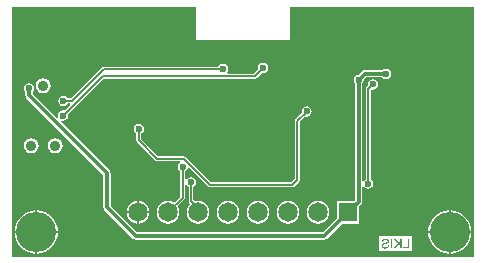
<source format=gbl>
G04*
G04 #@! TF.GenerationSoftware,Altium Limited,Altium Designer,21.6.4 (81)*
G04*
G04 Layer_Physical_Order=4*
G04 Layer_Color=16711680*
%FSLAX44Y44*%
%MOMM*%
G71*
G04*
G04 #@! TF.SameCoordinates,1B3A0675-FE53-4D0F-B245-581B64E9A93D*
G04*
G04*
G04 #@! TF.FilePolarity,Positive*
G04*
G01*
G75*
%ADD44C,0.1520*%
%ADD45C,0.3500*%
%ADD46C,0.9000*%
%ADD47C,1.6500*%
%ADD48R,1.6500X1.6500*%
%ADD49C,3.4000*%
%ADD50C,0.6000*%
G36*
X395922Y4078D02*
X4078Y4078D01*
Y215922D01*
X160000D01*
Y188000D01*
X240000D01*
Y215922D01*
X395922D01*
Y4078D01*
D02*
G37*
%LPC*%
G36*
X217000Y168354D02*
X215334Y168022D01*
X213922Y167078D01*
X212978Y165666D01*
X212646Y164000D01*
X212883Y162810D01*
X209143Y159070D01*
X186916D01*
X186358Y160340D01*
X187022Y161334D01*
X187354Y163000D01*
X187022Y164666D01*
X186078Y166078D01*
X184666Y167022D01*
X183000Y167354D01*
X181334Y167022D01*
X179921Y166078D01*
X179247Y165070D01*
X82000D01*
X81208Y164912D01*
X80536Y164464D01*
X54143Y138070D01*
X51753D01*
X51079Y139079D01*
X49666Y140022D01*
X48000Y140354D01*
X46334Y140022D01*
X44921Y139079D01*
X43978Y137666D01*
X43646Y136000D01*
X43978Y134334D01*
X44921Y132921D01*
X46334Y131978D01*
X48000Y131646D01*
X49666Y131978D01*
X51079Y132921D01*
X51753Y133930D01*
X53307D01*
X53833Y132660D01*
X48890Y127717D01*
X47700Y127954D01*
X46034Y127622D01*
X44622Y126678D01*
X43678Y125266D01*
X43346Y123600D01*
X43602Y122315D01*
X42432Y121689D01*
X21875Y142246D01*
Y143481D01*
X22818Y144892D01*
X23150Y146558D01*
X22818Y148224D01*
X21874Y149636D01*
X20462Y150580D01*
X18796Y150912D01*
X17130Y150580D01*
X15718Y149636D01*
X14774Y148224D01*
X14442Y146558D01*
X14774Y144892D01*
X15717Y143481D01*
Y140970D01*
X15951Y139792D01*
X16619Y138793D01*
X81757Y73655D01*
Y46164D01*
X81991Y44986D01*
X82659Y43987D01*
X107233Y19413D01*
X108232Y18745D01*
X109410Y18511D01*
X268790D01*
X269968Y18745D01*
X270967Y19413D01*
X283735Y32180D01*
X298420D01*
Y46865D01*
X300177Y48623D01*
X300845Y49622D01*
X301079Y50800D01*
Y63393D01*
X302349Y63778D01*
X302922Y62922D01*
X304334Y61978D01*
X306000Y61646D01*
X307666Y61978D01*
X309079Y62922D01*
X310022Y64334D01*
X310354Y66000D01*
X310022Y67666D01*
X309079Y69078D01*
X308070Y69752D01*
Y144967D01*
X309053Y145835D01*
X310000Y145646D01*
X311666Y145978D01*
X313078Y146922D01*
X314022Y148334D01*
X314354Y150000D01*
X314022Y151666D01*
X313078Y153078D01*
X311666Y154022D01*
X310000Y154354D01*
X308334Y154022D01*
X306922Y153078D01*
X305978Y151666D01*
X305646Y150000D01*
X305883Y148810D01*
X304536Y147464D01*
X304088Y146792D01*
X303930Y146000D01*
Y69752D01*
X302922Y69078D01*
X302349Y68222D01*
X301079Y68607D01*
Y150922D01*
X302022Y152334D01*
X302353Y153999D01*
X304275Y155921D01*
X317922D01*
X319334Y154978D01*
X321000Y154646D01*
X322666Y154978D01*
X324078Y155921D01*
X325022Y157334D01*
X325354Y159000D01*
X325022Y160666D01*
X324078Y162078D01*
X322666Y163022D01*
X321000Y163354D01*
X319334Y163022D01*
X317922Y162079D01*
X303000D01*
X301822Y161845D01*
X300823Y161177D01*
X300823Y161177D01*
X297999Y158353D01*
X296334Y158022D01*
X294921Y157079D01*
X293978Y155666D01*
X293646Y154000D01*
X293978Y152334D01*
X294921Y150922D01*
Y52075D01*
X294065Y51220D01*
X279380D01*
Y36535D01*
X267515Y24669D01*
X110686D01*
X87915Y47439D01*
Y74930D01*
X87681Y76108D01*
X87013Y77107D01*
X45789Y118332D01*
X46415Y119502D01*
X47700Y119246D01*
X49366Y119578D01*
X50778Y120521D01*
X51722Y121934D01*
X52054Y123600D01*
X51817Y124790D01*
X81957Y154930D01*
X210000D01*
X210792Y155088D01*
X211464Y155536D01*
X215810Y159883D01*
X217000Y159646D01*
X218666Y159978D01*
X220079Y160921D01*
X221022Y162334D01*
X221354Y164000D01*
X221022Y165666D01*
X220079Y167078D01*
X218666Y168022D01*
X217000Y168354D01*
D02*
G37*
G36*
X31000Y155367D02*
X28563Y154883D01*
X26498Y153502D01*
X25117Y151437D01*
X24633Y149000D01*
X25117Y146563D01*
X26498Y144498D01*
X28563Y143117D01*
X31000Y142633D01*
X33437Y143117D01*
X35502Y144498D01*
X36883Y146563D01*
X37367Y149000D01*
X36883Y151437D01*
X35502Y153502D01*
X33437Y154883D01*
X31000Y155367D01*
D02*
G37*
G36*
X253943Y131410D02*
X252277Y131079D01*
X250865Y130135D01*
X249921Y128723D01*
X249590Y127057D01*
X249845Y125772D01*
X244408Y120336D01*
X243960Y119664D01*
X243802Y118872D01*
Y69937D01*
X240935Y67070D01*
X172857D01*
X166464Y73464D01*
X166464Y73464D01*
X151464Y88464D01*
X150792Y88912D01*
X150000Y89070D01*
X128233D01*
X113830Y103473D01*
Y108516D01*
X114838Y109190D01*
X115782Y110602D01*
X116114Y112268D01*
X115782Y113934D01*
X114838Y115346D01*
X113426Y116290D01*
X111760Y116622D01*
X110094Y116290D01*
X108681Y115346D01*
X107738Y113934D01*
X107406Y112268D01*
X107738Y110602D01*
X108681Y109190D01*
X109690Y108516D01*
Y102616D01*
X109848Y101824D01*
X110296Y101152D01*
X125912Y85536D01*
X126584Y85088D01*
X127376Y84930D01*
X146407D01*
X146792Y83660D01*
X145921Y83078D01*
X144978Y81666D01*
X144646Y80000D01*
X144978Y78334D01*
X145921Y76922D01*
X146930Y76248D01*
Y55057D01*
X141634Y49761D01*
X141301Y50016D01*
X138985Y50975D01*
X136500Y51302D01*
X134015Y50975D01*
X131699Y50016D01*
X129710Y48490D01*
X128184Y46501D01*
X127225Y44185D01*
X126898Y41700D01*
X127225Y39215D01*
X128184Y36899D01*
X129710Y34910D01*
X131699Y33384D01*
X134015Y32425D01*
X136500Y32098D01*
X138985Y32425D01*
X141301Y33384D01*
X143290Y34910D01*
X144816Y36899D01*
X145775Y39215D01*
X146102Y41700D01*
X145775Y44185D01*
X144816Y46501D01*
X144561Y46834D01*
X150464Y52736D01*
X150912Y53408D01*
X151070Y54200D01*
Y64407D01*
X152340Y64792D01*
X152921Y63921D01*
X153930Y63247D01*
Y51194D01*
X154088Y50402D01*
X154536Y49731D01*
X155151Y49116D01*
X155110Y48490D01*
X153584Y46501D01*
X152625Y44185D01*
X152298Y41700D01*
X152625Y39215D01*
X153584Y36899D01*
X155110Y34910D01*
X157099Y33384D01*
X159415Y32425D01*
X161900Y32098D01*
X164385Y32425D01*
X166701Y33384D01*
X168690Y34910D01*
X170216Y36899D01*
X171175Y39215D01*
X171502Y41700D01*
X171175Y44185D01*
X170216Y46501D01*
X168690Y48490D01*
X166701Y50016D01*
X164385Y50975D01*
X161900Y51302D01*
X159415Y50975D01*
X159225Y50896D01*
X158070Y52051D01*
Y63247D01*
X159079Y63921D01*
X160022Y65334D01*
X160354Y67000D01*
X160022Y68666D01*
X159079Y70079D01*
X157666Y71022D01*
X156000Y71354D01*
X154334Y71022D01*
X152921Y70079D01*
X152340Y69208D01*
X151070Y69593D01*
Y76248D01*
X152079Y76922D01*
X153022Y78334D01*
X153175Y79102D01*
X154553Y79520D01*
X163536Y70536D01*
X163536Y70536D01*
X170536Y63536D01*
X171208Y63088D01*
X172000Y62930D01*
X241792D01*
X242584Y63088D01*
X243256Y63536D01*
X247335Y67617D01*
X247784Y68288D01*
X247942Y69080D01*
Y118015D01*
X252848Y122921D01*
X253943Y122703D01*
X255609Y123034D01*
X257022Y123978D01*
X257966Y125391D01*
X258297Y127057D01*
X257966Y128723D01*
X257022Y130135D01*
X255609Y131079D01*
X253943Y131410D01*
D02*
G37*
G36*
X41160Y104567D02*
X38723Y104083D01*
X36658Y102702D01*
X35277Y100637D01*
X34793Y98200D01*
X35277Y95763D01*
X36658Y93698D01*
X38723Y92317D01*
X41160Y91833D01*
X43597Y92317D01*
X45662Y93698D01*
X47043Y95763D01*
X47527Y98200D01*
X47043Y100637D01*
X45662Y102702D01*
X43597Y104083D01*
X41160Y104567D01*
D02*
G37*
G36*
X20840D02*
X18403Y104083D01*
X16338Y102702D01*
X14957Y100637D01*
X14473Y98200D01*
X14957Y95763D01*
X16338Y93698D01*
X18403Y92317D01*
X20840Y91833D01*
X23277Y92317D01*
X25342Y93698D01*
X26723Y95763D01*
X27207Y98200D01*
X26723Y100637D01*
X25342Y102702D01*
X23277Y104083D01*
X20840Y104567D01*
D02*
G37*
G36*
X111862Y51202D02*
Y42462D01*
X120602D01*
X120375Y44185D01*
X119416Y46501D01*
X117890Y48490D01*
X115901Y50016D01*
X113585Y50975D01*
X111862Y51202D01*
D02*
G37*
G36*
X110338D02*
X108615Y50975D01*
X106299Y50016D01*
X104310Y48490D01*
X102784Y46501D01*
X101825Y44185D01*
X101598Y42462D01*
X110338D01*
Y51202D01*
D02*
G37*
G36*
X120602Y40938D02*
X111862D01*
Y32198D01*
X113585Y32425D01*
X115901Y33384D01*
X117890Y34910D01*
X119416Y36899D01*
X120375Y39215D01*
X120602Y40938D01*
D02*
G37*
G36*
X110338D02*
X101598D01*
X101825Y39215D01*
X102784Y36899D01*
X104310Y34910D01*
X106299Y33384D01*
X108615Y32425D01*
X110338Y32198D01*
Y40938D01*
D02*
G37*
G36*
X263500Y51302D02*
X261015Y50975D01*
X258699Y50016D01*
X256710Y48490D01*
X255184Y46501D01*
X254225Y44185D01*
X253898Y41700D01*
X254225Y39215D01*
X255184Y36899D01*
X256710Y34910D01*
X258699Y33384D01*
X261015Y32425D01*
X263500Y32098D01*
X265985Y32425D01*
X268301Y33384D01*
X270290Y34910D01*
X271816Y36899D01*
X272775Y39215D01*
X273102Y41700D01*
X272775Y44185D01*
X271816Y46501D01*
X270290Y48490D01*
X268301Y50016D01*
X265985Y50975D01*
X263500Y51302D01*
D02*
G37*
G36*
X238100D02*
X235615Y50975D01*
X233299Y50016D01*
X231310Y48490D01*
X229784Y46501D01*
X228825Y44185D01*
X228498Y41700D01*
X228825Y39215D01*
X229784Y36899D01*
X231310Y34910D01*
X233299Y33384D01*
X235615Y32425D01*
X238100Y32098D01*
X240585Y32425D01*
X242901Y33384D01*
X244890Y34910D01*
X246416Y36899D01*
X247375Y39215D01*
X247702Y41700D01*
X247375Y44185D01*
X246416Y46501D01*
X244890Y48490D01*
X242901Y50016D01*
X240585Y50975D01*
X238100Y51302D01*
D02*
G37*
G36*
X212700D02*
X210215Y50975D01*
X207899Y50016D01*
X205910Y48490D01*
X204384Y46501D01*
X203425Y44185D01*
X203098Y41700D01*
X203425Y39215D01*
X204384Y36899D01*
X205910Y34910D01*
X207899Y33384D01*
X210215Y32425D01*
X212700Y32098D01*
X215185Y32425D01*
X217501Y33384D01*
X219490Y34910D01*
X221016Y36899D01*
X221975Y39215D01*
X222302Y41700D01*
X221975Y44185D01*
X221016Y46501D01*
X219490Y48490D01*
X217501Y50016D01*
X215185Y50975D01*
X212700Y51302D01*
D02*
G37*
G36*
X187300D02*
X184815Y50975D01*
X182499Y50016D01*
X180510Y48490D01*
X178984Y46501D01*
X178025Y44185D01*
X177698Y41700D01*
X178025Y39215D01*
X178984Y36899D01*
X180510Y34910D01*
X182499Y33384D01*
X184815Y32425D01*
X187300Y32098D01*
X189785Y32425D01*
X192101Y33384D01*
X194090Y34910D01*
X195616Y36899D01*
X196575Y39215D01*
X196902Y41700D01*
X196575Y44185D01*
X195616Y46501D01*
X194090Y48490D01*
X192101Y50016D01*
X189785Y50975D01*
X187300Y51302D01*
D02*
G37*
G36*
X375762Y43283D02*
Y25762D01*
X393283D01*
X393006Y28582D01*
X391961Y32025D01*
X390264Y35199D01*
X387981Y37981D01*
X385199Y40264D01*
X382025Y41961D01*
X378582Y43006D01*
X375762Y43283D01*
D02*
G37*
G36*
X374238D02*
X371418Y43006D01*
X367975Y41961D01*
X364801Y40264D01*
X362019Y37981D01*
X359736Y35199D01*
X358039Y32025D01*
X356994Y28582D01*
X356717Y25762D01*
X374238D01*
Y43283D01*
D02*
G37*
G36*
X25762D02*
Y25762D01*
X43283D01*
X43006Y28582D01*
X41961Y32025D01*
X40264Y35199D01*
X37981Y37981D01*
X35199Y40264D01*
X32025Y41961D01*
X28582Y43006D01*
X25762Y43283D01*
D02*
G37*
G36*
X24238D02*
X21418Y43006D01*
X17975Y41961D01*
X14801Y40264D01*
X12019Y37981D01*
X9736Y35199D01*
X8039Y32025D01*
X6994Y28582D01*
X6717Y25762D01*
X24238D01*
Y43283D01*
D02*
G37*
G36*
X343000Y22000D02*
X315000D01*
Y9000D01*
X343000D01*
Y22000D01*
D02*
G37*
G36*
X393283Y24238D02*
X375762D01*
Y6717D01*
X378582Y6994D01*
X382025Y8039D01*
X385199Y9736D01*
X387981Y12019D01*
X390264Y14801D01*
X391961Y17975D01*
X393006Y21418D01*
X393283Y24238D01*
D02*
G37*
G36*
X374238D02*
X356717D01*
X356994Y21418D01*
X358039Y17975D01*
X359736Y14801D01*
X362019Y12019D01*
X364801Y9736D01*
X367975Y8039D01*
X371418Y6994D01*
X374238Y6717D01*
Y24238D01*
D02*
G37*
G36*
X43283D02*
X25762D01*
Y6717D01*
X28582Y6994D01*
X32025Y8039D01*
X35199Y9736D01*
X37981Y12019D01*
X40264Y14801D01*
X41961Y17975D01*
X43006Y21418D01*
X43283Y24238D01*
D02*
G37*
G36*
X24238D02*
X6717D01*
X6994Y21418D01*
X8039Y17975D01*
X9736Y14801D01*
X12019Y12019D01*
X14801Y9736D01*
X17975Y8039D01*
X21418Y6994D01*
X24238Y6717D01*
Y24238D01*
D02*
G37*
%LPD*%
G36*
X334272Y11135D02*
X333198D01*
Y13951D01*
X331872Y15230D01*
X328979Y11135D01*
X327560D01*
X331121Y15958D01*
X327706Y19255D01*
X329167D01*
X333198Y15224D01*
Y19255D01*
X334272D01*
Y11135D01*
D02*
G37*
G36*
X340579D02*
X335510D01*
Y12091D01*
X339506D01*
Y19255D01*
X340579D01*
Y11135D01*
D02*
G37*
G36*
X326486D02*
X325412D01*
Y19255D01*
X326486D01*
Y11135D01*
D02*
G37*
G36*
X320871Y19390D02*
X321017Y19384D01*
X321158Y19373D01*
X321299Y19355D01*
X321428Y19332D01*
X321551Y19308D01*
X321663Y19285D01*
X321768Y19255D01*
X321868Y19232D01*
X321956Y19203D01*
X322027Y19179D01*
X322091Y19162D01*
X322144Y19138D01*
X322179Y19126D01*
X322203Y19121D01*
X322209Y19115D01*
X322332Y19062D01*
X322443Y19003D01*
X322549Y18939D01*
X322649Y18874D01*
X322742Y18804D01*
X322825Y18739D01*
X322901Y18669D01*
X322965Y18604D01*
X323024Y18546D01*
X323077Y18487D01*
X323124Y18440D01*
X323159Y18393D01*
X323188Y18358D01*
X323206Y18328D01*
X323218Y18311D01*
X323223Y18305D01*
X323282Y18205D01*
X323335Y18100D01*
X323382Y18000D01*
X323423Y17900D01*
X323458Y17800D01*
X323488Y17706D01*
X323505Y17618D01*
X323529Y17530D01*
X323540Y17448D01*
X323552Y17378D01*
X323558Y17313D01*
X323564Y17261D01*
X323570Y17214D01*
Y17184D01*
Y17161D01*
Y17155D01*
X323564Y17049D01*
X323558Y16949D01*
X323523Y16762D01*
X323482Y16592D01*
X323452Y16515D01*
X323429Y16439D01*
X323400Y16374D01*
X323376Y16316D01*
X323353Y16269D01*
X323329Y16228D01*
X323312Y16193D01*
X323300Y16169D01*
X323294Y16152D01*
X323288Y16146D01*
X323229Y16064D01*
X323171Y15981D01*
X323030Y15835D01*
X322889Y15706D01*
X322748Y15600D01*
X322678Y15553D01*
X322619Y15512D01*
X322561Y15471D01*
X322514Y15442D01*
X322472Y15418D01*
X322443Y15401D01*
X322426Y15395D01*
X322420Y15389D01*
X322326Y15342D01*
X322226Y15301D01*
X322109Y15254D01*
X321986Y15207D01*
X321727Y15119D01*
X321469Y15043D01*
X321352Y15007D01*
X321235Y14978D01*
X321129Y14949D01*
X321041Y14925D01*
X320965Y14908D01*
X320906Y14890D01*
X320888Y14884D01*
X320871D01*
X320865Y14878D01*
X320859D01*
X320659Y14831D01*
X320478Y14784D01*
X320307Y14743D01*
X320161Y14702D01*
X320026Y14667D01*
X319909Y14638D01*
X319809Y14609D01*
X319715Y14579D01*
X319639Y14556D01*
X319574Y14538D01*
X319527Y14520D01*
X319486Y14509D01*
X319451Y14497D01*
X319433Y14491D01*
X319422Y14485D01*
X319416D01*
X319322Y14444D01*
X319240Y14409D01*
X319157Y14368D01*
X319087Y14327D01*
X319017Y14286D01*
X318958Y14245D01*
X318905Y14204D01*
X318858Y14168D01*
X318817Y14133D01*
X318782Y14098D01*
X318723Y14045D01*
X318694Y14010D01*
X318682Y14004D01*
Y13998D01*
X318606Y13887D01*
X318547Y13775D01*
X318506Y13664D01*
X318483Y13564D01*
X318465Y13470D01*
X318459Y13435D01*
Y13400D01*
X318453Y13370D01*
Y13353D01*
Y13341D01*
Y13335D01*
X318465Y13200D01*
X318489Y13065D01*
X318530Y12948D01*
X318571Y12848D01*
X318612Y12760D01*
X318635Y12725D01*
X318653Y12696D01*
X318665Y12672D01*
X318676Y12655D01*
X318688Y12643D01*
Y12637D01*
X318782Y12526D01*
X318893Y12426D01*
X319011Y12338D01*
X319122Y12267D01*
X319228Y12215D01*
X319269Y12191D01*
X319310Y12174D01*
X319339Y12156D01*
X319363Y12144D01*
X319380Y12138D01*
X319386D01*
X319568Y12080D01*
X319750Y12033D01*
X319932Y12003D01*
X320102Y11980D01*
X320178Y11974D01*
X320249Y11968D01*
X320307Y11962D01*
X320360D01*
X320407Y11956D01*
X320466D01*
X320718Y11968D01*
X320953Y11992D01*
X321064Y12015D01*
X321164Y12033D01*
X321264Y12056D01*
X321352Y12080D01*
X321428Y12097D01*
X321504Y12121D01*
X321563Y12144D01*
X321616Y12162D01*
X321657Y12174D01*
X321692Y12185D01*
X321710Y12197D01*
X321716D01*
X321815Y12244D01*
X321909Y12291D01*
X321997Y12344D01*
X322074Y12396D01*
X322150Y12449D01*
X322214Y12502D01*
X322279Y12555D01*
X322332Y12602D01*
X322379Y12649D01*
X322420Y12690D01*
X322455Y12725D01*
X322478Y12760D01*
X322502Y12790D01*
X322519Y12807D01*
X322525Y12819D01*
X322531Y12825D01*
X322619Y12983D01*
X322690Y13147D01*
X322748Y13318D01*
X322789Y13476D01*
X322807Y13552D01*
X322825Y13617D01*
X322836Y13681D01*
X322842Y13734D01*
X322854Y13775D01*
Y13805D01*
X322860Y13828D01*
Y13834D01*
X323875Y13746D01*
X323869Y13593D01*
X323851Y13447D01*
X323828Y13306D01*
X323798Y13171D01*
X323763Y13048D01*
X323728Y12924D01*
X323687Y12813D01*
X323646Y12707D01*
X323611Y12614D01*
X323570Y12531D01*
X323535Y12461D01*
X323499Y12396D01*
X323476Y12349D01*
X323452Y12314D01*
X323441Y12291D01*
X323435Y12285D01*
X323353Y12168D01*
X323265Y12056D01*
X323171Y11956D01*
X323071Y11862D01*
X322977Y11774D01*
X322877Y11692D01*
X322784Y11622D01*
X322690Y11557D01*
X322607Y11505D01*
X322525Y11452D01*
X322455Y11411D01*
X322390Y11375D01*
X322338Y11352D01*
X322302Y11334D01*
X322273Y11323D01*
X322267Y11317D01*
X322126Y11264D01*
X321974Y11211D01*
X321821Y11170D01*
X321663Y11135D01*
X321352Y11076D01*
X321205Y11059D01*
X321064Y11041D01*
X320929Y11029D01*
X320806Y11018D01*
X320695Y11012D01*
X320601Y11006D01*
X320524Y11000D01*
X320419D01*
X320261Y11006D01*
X320102Y11012D01*
X319949Y11029D01*
X319809Y11047D01*
X319674Y11076D01*
X319545Y11100D01*
X319422Y11129D01*
X319310Y11158D01*
X319210Y11188D01*
X319122Y11217D01*
X319046Y11246D01*
X318981Y11270D01*
X318929Y11287D01*
X318888Y11305D01*
X318864Y11311D01*
X318858Y11317D01*
X318729Y11381D01*
X318612Y11446D01*
X318500Y11516D01*
X318400Y11587D01*
X318307Y11663D01*
X318219Y11739D01*
X318137Y11810D01*
X318066Y11880D01*
X318001Y11945D01*
X317949Y12003D01*
X317902Y12062D01*
X317867Y12109D01*
X317837Y12150D01*
X317814Y12179D01*
X317802Y12197D01*
X317796Y12203D01*
X317732Y12314D01*
X317673Y12420D01*
X317620Y12531D01*
X317579Y12637D01*
X317544Y12743D01*
X317515Y12842D01*
X317485Y12942D01*
X317468Y13030D01*
X317450Y13118D01*
X317438Y13194D01*
X317432Y13259D01*
X317426Y13318D01*
X317421Y13365D01*
Y13400D01*
Y13423D01*
Y13429D01*
X317426Y13552D01*
X317432Y13664D01*
X317450Y13775D01*
X317474Y13881D01*
X317497Y13987D01*
X317526Y14080D01*
X317561Y14168D01*
X317591Y14251D01*
X317620Y14321D01*
X317655Y14385D01*
X317685Y14444D01*
X317708Y14491D01*
X317732Y14526D01*
X317743Y14556D01*
X317755Y14573D01*
X317761Y14579D01*
X317831Y14673D01*
X317902Y14761D01*
X318066Y14925D01*
X318242Y15066D01*
X318330Y15131D01*
X318412Y15184D01*
X318494Y15236D01*
X318571Y15283D01*
X318635Y15318D01*
X318694Y15354D01*
X318741Y15377D01*
X318782Y15395D01*
X318805Y15406D01*
X318811Y15412D01*
X318911Y15453D01*
X319028Y15494D01*
X319157Y15541D01*
X319298Y15582D01*
X319445Y15629D01*
X319592Y15670D01*
X319891Y15747D01*
X320032Y15788D01*
X320167Y15817D01*
X320290Y15847D01*
X320395Y15876D01*
X320484Y15893D01*
X320519Y15905D01*
X320548Y15911D01*
X320572Y15917D01*
X320589D01*
X320601Y15923D01*
X320607D01*
X320841Y15981D01*
X321053Y16034D01*
X321240Y16087D01*
X321410Y16140D01*
X321557Y16193D01*
X321692Y16240D01*
X321804Y16286D01*
X321903Y16328D01*
X321986Y16369D01*
X322050Y16404D01*
X322109Y16433D01*
X322150Y16463D01*
X322185Y16480D01*
X322203Y16498D01*
X322214Y16504D01*
X322220Y16509D01*
X322273Y16562D01*
X322320Y16621D01*
X322367Y16680D01*
X322402Y16744D01*
X322455Y16861D01*
X322490Y16979D01*
X322514Y17079D01*
X322519Y17120D01*
X322525Y17161D01*
X322531Y17190D01*
Y17214D01*
Y17225D01*
Y17231D01*
X322525Y17325D01*
X322514Y17413D01*
X322490Y17501D01*
X322461Y17577D01*
X322390Y17724D01*
X322349Y17795D01*
X322308Y17853D01*
X322267Y17906D01*
X322232Y17953D01*
X322191Y17994D01*
X322161Y18029D01*
X322132Y18059D01*
X322109Y18076D01*
X322097Y18088D01*
X322091Y18094D01*
X322003Y18158D01*
X321903Y18211D01*
X321792Y18258D01*
X321680Y18299D01*
X321563Y18334D01*
X321446Y18364D01*
X321211Y18405D01*
X321105Y18422D01*
X321000Y18434D01*
X320912Y18440D01*
X320830Y18446D01*
X320765Y18452D01*
X320671D01*
X320501Y18446D01*
X320343Y18434D01*
X320196Y18416D01*
X320055Y18393D01*
X319932Y18358D01*
X319815Y18328D01*
X319709Y18293D01*
X319615Y18258D01*
X319533Y18217D01*
X319463Y18182D01*
X319404Y18152D01*
X319351Y18123D01*
X319310Y18094D01*
X319286Y18076D01*
X319269Y18064D01*
X319263Y18059D01*
X319181Y17982D01*
X319105Y17894D01*
X319034Y17806D01*
X318976Y17712D01*
X318923Y17613D01*
X318876Y17519D01*
X318835Y17425D01*
X318805Y17331D01*
X318776Y17243D01*
X318753Y17161D01*
X318735Y17084D01*
X318723Y17026D01*
X318711Y16973D01*
X318706Y16932D01*
X318700Y16909D01*
Y16897D01*
X317667Y16973D01*
X317679Y17102D01*
X317691Y17231D01*
X317714Y17354D01*
X317743Y17472D01*
X317773Y17583D01*
X317808Y17689D01*
X317843Y17789D01*
X317878Y17877D01*
X317919Y17959D01*
X317949Y18029D01*
X317984Y18094D01*
X318013Y18147D01*
X318037Y18188D01*
X318054Y18223D01*
X318066Y18240D01*
X318072Y18246D01*
X318142Y18352D01*
X318225Y18446D01*
X318307Y18540D01*
X318395Y18622D01*
X318483Y18698D01*
X318571Y18768D01*
X318653Y18833D01*
X318741Y18886D01*
X318817Y18939D01*
X318893Y18980D01*
X318958Y19021D01*
X319017Y19050D01*
X319063Y19073D01*
X319099Y19091D01*
X319122Y19097D01*
X319128Y19103D01*
X319257Y19156D01*
X319392Y19203D01*
X319527Y19238D01*
X319668Y19273D01*
X319932Y19326D01*
X320061Y19343D01*
X320178Y19361D01*
X320296Y19373D01*
X320395Y19379D01*
X320489Y19390D01*
X320566D01*
X320630Y19396D01*
X320718D01*
X320871Y19390D01*
D02*
G37*
D44*
X306000Y146000D02*
X310000Y150000D01*
X306000Y66000D02*
Y146000D01*
X245872Y118872D02*
X253943Y126943D01*
Y127057D01*
X47700Y123600D02*
X81100Y157000D01*
X210000D02*
X217000Y164000D01*
X81100Y157000D02*
X210000D01*
X136500Y41700D02*
X149000Y54200D01*
Y80000D01*
X172000Y65000D02*
X241792D01*
X165000Y72000D02*
Y72000D01*
Y72000D02*
X172000Y65000D01*
X150000Y87000D02*
X165000Y72000D01*
X127376Y87000D02*
X150000D01*
X48000Y136000D02*
X55000D01*
X82000Y163000D02*
X183000D01*
X55000Y136000D02*
X82000Y163000D01*
X241792Y65000D02*
X245872Y69080D01*
X161900Y41700D02*
Y45294D01*
X156000Y51194D02*
X161900Y45294D01*
X156000Y51194D02*
Y67000D01*
X111760Y102616D02*
X127376Y87000D01*
X111760Y102616D02*
Y112268D01*
X245872Y69080D02*
Y118872D01*
D45*
X288900Y41700D02*
X298000Y50800D01*
X268790Y21590D02*
X288900Y41700D01*
X298000Y50800D02*
Y154000D01*
X303000Y159000D02*
X321000D01*
X298000Y154000D02*
X303000Y159000D01*
X18796Y140970D02*
Y146558D01*
Y140970D02*
X84836Y74930D01*
Y46164D02*
X109410Y21590D01*
X84836Y46164D02*
Y74930D01*
X109410Y21590D02*
X268790D01*
D46*
X20840Y98200D02*
D03*
X41160D02*
D03*
X31000Y149000D02*
D03*
D47*
X111100Y41700D02*
D03*
X136500D02*
D03*
X238100D02*
D03*
X263500D02*
D03*
X212700D02*
D03*
X187300D02*
D03*
X161900D02*
D03*
D48*
X288900D02*
D03*
D49*
X25000Y25000D02*
D03*
X375000D02*
D03*
D50*
X253000Y212000D02*
D03*
X312000Y92000D02*
D03*
X291000Y73000D02*
D03*
X287000Y92000D02*
D03*
Y107000D02*
D03*
Y122000D02*
D03*
X266000Y102000D02*
D03*
X171000Y88000D02*
D03*
X229000D02*
D03*
X217000Y115000D02*
D03*
X183000D02*
D03*
Y137000D02*
D03*
X210000Y166000D02*
D03*
X190000D02*
D03*
X156000Y199000D02*
D03*
X143000Y169000D02*
D03*
X128000D02*
D03*
X113000D02*
D03*
X98000D02*
D03*
X83000D02*
D03*
X353000Y20000D02*
D03*
Y8000D02*
D03*
X307624Y20222D02*
D03*
X292624D02*
D03*
X277624D02*
D03*
X97624D02*
D03*
X82624D02*
D03*
X67624D02*
D03*
X52624D02*
D03*
X308000Y8000D02*
D03*
X293000D02*
D03*
X278000D02*
D03*
X263000D02*
D03*
X248000D02*
D03*
X233000D02*
D03*
X218000D02*
D03*
X203000D02*
D03*
X188000D02*
D03*
X173000D02*
D03*
X158000D02*
D03*
X143000D02*
D03*
X128000D02*
D03*
X113000D02*
D03*
X98000D02*
D03*
X83000D02*
D03*
X68000D02*
D03*
X53000D02*
D03*
X383000Y212000D02*
D03*
Y197000D02*
D03*
Y182000D02*
D03*
Y167000D02*
D03*
Y152000D02*
D03*
Y137000D02*
D03*
Y122000D02*
D03*
Y107000D02*
D03*
Y92000D02*
D03*
Y77000D02*
D03*
Y62000D02*
D03*
Y47000D02*
D03*
X368000Y212000D02*
D03*
Y197000D02*
D03*
Y182000D02*
D03*
Y122000D02*
D03*
Y92000D02*
D03*
Y62000D02*
D03*
Y47000D02*
D03*
X353000Y212000D02*
D03*
Y197000D02*
D03*
Y182000D02*
D03*
Y122000D02*
D03*
Y92000D02*
D03*
Y62000D02*
D03*
Y47000D02*
D03*
Y32000D02*
D03*
X338000Y212000D02*
D03*
Y197000D02*
D03*
Y182000D02*
D03*
Y122000D02*
D03*
Y92000D02*
D03*
Y77000D02*
D03*
Y62000D02*
D03*
Y47000D02*
D03*
Y32000D02*
D03*
X323000Y212000D02*
D03*
Y197000D02*
D03*
Y182000D02*
D03*
Y122000D02*
D03*
Y92000D02*
D03*
Y77000D02*
D03*
Y62000D02*
D03*
Y47000D02*
D03*
Y32000D02*
D03*
X308000Y212000D02*
D03*
Y197000D02*
D03*
Y182000D02*
D03*
Y167000D02*
D03*
Y47000D02*
D03*
Y32000D02*
D03*
X293000Y212000D02*
D03*
Y197000D02*
D03*
Y182000D02*
D03*
Y167000D02*
D03*
X278000Y212000D02*
D03*
Y197000D02*
D03*
Y182000D02*
D03*
Y167000D02*
D03*
X263000Y212000D02*
D03*
Y197000D02*
D03*
X248000D02*
D03*
Y32000D02*
D03*
X218000Y137000D02*
D03*
X143000Y212000D02*
D03*
Y197000D02*
D03*
Y182000D02*
D03*
Y137000D02*
D03*
X128000Y212000D02*
D03*
Y197000D02*
D03*
Y182000D02*
D03*
Y137000D02*
D03*
Y122000D02*
D03*
Y107000D02*
D03*
Y77000D02*
D03*
Y62000D02*
D03*
Y32000D02*
D03*
X113000Y212000D02*
D03*
Y197000D02*
D03*
Y182000D02*
D03*
Y137000D02*
D03*
Y122000D02*
D03*
Y92000D02*
D03*
Y77000D02*
D03*
Y62000D02*
D03*
X98000Y212000D02*
D03*
Y197000D02*
D03*
Y182000D02*
D03*
Y137000D02*
D03*
Y122000D02*
D03*
Y92000D02*
D03*
Y77000D02*
D03*
Y62000D02*
D03*
Y47000D02*
D03*
X83000Y212000D02*
D03*
Y197000D02*
D03*
Y182000D02*
D03*
Y137000D02*
D03*
Y122000D02*
D03*
Y92000D02*
D03*
Y32000D02*
D03*
X68000Y212000D02*
D03*
Y197000D02*
D03*
Y182000D02*
D03*
Y167000D02*
D03*
Y122000D02*
D03*
Y107000D02*
D03*
Y77000D02*
D03*
Y62000D02*
D03*
Y47000D02*
D03*
Y32000D02*
D03*
X53000Y212000D02*
D03*
Y197000D02*
D03*
Y182000D02*
D03*
Y167000D02*
D03*
Y152000D02*
D03*
Y92000D02*
D03*
Y77000D02*
D03*
Y62000D02*
D03*
Y47000D02*
D03*
Y32000D02*
D03*
X38000Y212000D02*
D03*
Y197000D02*
D03*
Y182000D02*
D03*
Y167000D02*
D03*
Y77000D02*
D03*
Y62000D02*
D03*
Y47000D02*
D03*
X23000Y212000D02*
D03*
Y197000D02*
D03*
Y182000D02*
D03*
Y167000D02*
D03*
Y77000D02*
D03*
Y62000D02*
D03*
Y47000D02*
D03*
X8000Y212000D02*
D03*
Y197000D02*
D03*
Y182000D02*
D03*
Y167000D02*
D03*
Y122000D02*
D03*
Y107000D02*
D03*
Y92000D02*
D03*
Y77000D02*
D03*
Y62000D02*
D03*
Y47000D02*
D03*
X310000Y150000D02*
D03*
X253943Y127057D02*
D03*
X298000Y154000D02*
D03*
X149000Y80000D02*
D03*
X321000Y159000D02*
D03*
X306000Y66000D02*
D03*
X156000Y67000D02*
D03*
X217000Y164000D02*
D03*
X183000Y163000D02*
D03*
X48000Y136000D02*
D03*
X111760Y112268D02*
D03*
X18796Y146558D02*
D03*
X47700Y123600D02*
D03*
M02*

</source>
